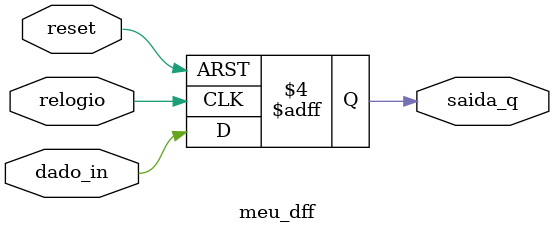
<source format=v>
module meu_dff(input dado_in, input relogio, input reset, output reg saida_q);
  
    initial saida_q <= 0;

    always @ (posedge relogio or posedge reset) begin
        if(reset == 1) begin
            saida_q <= 0;
        end else begin
            saida_q <= dado_in;
        end
    end

endmodule


</source>
